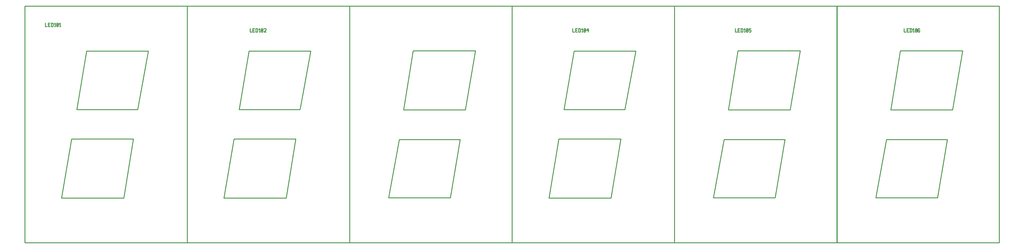
<source format=gbr>
G04 start of page 7 for group -4079 idx -4079
G04 Title: (unknown), topsilk *
G04 Creator: pcb-bin 20060822 *
G04 CreationDate: Wed Jun  4 23:35:37 2008 UTC *
G04 For: pete *
G04 Format: Gerber/RS-274X *
G04 PCB-Dimensions: 1125000 272500 *
G04 PCB-Coordinate-Origin: lower left *
%MOIN*%
%FSLAX24Y24*%
%LNFRONTSILK*%
%ADD11C,0.0100*%
G54D11*X108360Y22090D02*X107210Y15250D01*
X101170Y22090D02*X108360D01*
X100060Y15250D02*X101170Y22090D01*
X100060Y15250D02*X107210D01*
X106610Y11830D02*X105460Y5090D01*
X99570Y11830D02*X106610D01*
X98330Y5090D02*X99570Y11830D01*
X98330Y5090D02*X105460D01*
X93845Y-110D02*X112605D01*
Y27240D02*Y-110D01*
X93845Y27240D02*X112605D01*
X93845D02*Y-110D01*
X89590Y22090D02*X88440Y15250D01*
X82400Y22090D02*X89590D01*
X81290Y15250D02*X82400Y22090D01*
X81290Y15250D02*X88440D01*
X87840Y11830D02*X86690Y5090D01*
X80800Y11830D02*X87840D01*
X79560Y5090D02*X80800Y11830D01*
X79560Y5090D02*X86690D01*
X75075Y-110D02*X93835D01*
Y27240D02*Y-110D01*
X75075Y27240D02*X93835D01*
X75075D02*Y-110D01*
X60550Y5040D02*X61700Y11880D01*
X67740Y5040D02*X60550D01*
X68850Y11880D02*X67740Y5040D01*
X61700Y11880D02*X68850D01*
X62300Y15300D02*X63450Y22040D01*
X69340Y15300D02*X62300D01*
X70580Y22040D02*X69340Y15300D01*
X63450Y22040D02*X70580D01*
X56305Y27240D02*X75065D01*
X56305Y-110D02*Y27240D01*
X75065Y-110D02*X56305D01*
X75065Y27240D02*Y-110D01*
X52050Y22090D02*X50900Y15250D01*
X44860Y22090D02*X52050D01*
X43750Y15250D02*X44860Y22090D01*
X43750Y15250D02*X50900D01*
X50300Y11830D02*X49150Y5090D01*
X43260Y11830D02*X50300D01*
X42020Y5090D02*X43260Y11830D01*
X42020Y5090D02*X49150D01*
X37535Y-110D02*X56295D01*
Y27240D02*Y-110D01*
X37535Y27240D02*X56295D01*
X37535D02*Y-110D01*
X23010Y5040D02*X24160Y11880D01*
X30200Y5040D02*X23010D01*
X31310Y11880D02*X30200Y5040D01*
X24160Y11880D02*X31310D01*
X24760Y15300D02*X25910Y22040D01*
X31800Y15300D02*X24760D01*
X33040Y22040D02*X31800Y15300D01*
X25910Y22040D02*X33040D01*
X18765Y27240D02*X37525D01*
X18765Y-110D02*Y27240D01*
X37525Y-110D02*X18765D01*
X37525Y27240D02*Y-110D01*
X4240Y5040D02*X5390Y11880D01*
X11430Y5040D02*X4240D01*
X12540Y11880D02*X11430Y5040D01*
X5390Y11880D02*X12540D01*
X5990Y15300D02*X7140Y22040D01*
X13030Y15300D02*X5990D01*
X14270Y22040D02*X13030Y15300D01*
X7140Y22040D02*X14270D01*
X-5Y27240D02*X18755D01*
X-5Y-110D02*Y27240D01*
X18755Y-110D02*X-5D01*
X18755Y27240D02*Y-110D01*
X101600Y24650D02*Y24250D01*
X101800D01*
X101920Y24450D02*X102070D01*
X101920Y24250D02*X102120D01*
X101920Y24650D02*Y24250D01*
Y24650D02*X102120D01*
X102290D02*Y24250D01*
X102440Y24650D02*X102490Y24600D01*
Y24300D01*
X102440Y24250D02*X102490Y24300D01*
X102240Y24250D02*X102440D01*
X102240Y24650D02*X102440D01*
X102660Y24250D02*X102760D01*
X102710Y24650D02*Y24250D01*
X102610Y24550D02*X102710Y24650D01*
X102880Y24300D02*X102930Y24250D01*
X102880Y24600D02*Y24300D01*
Y24600D02*X102930Y24650D01*
X103030D01*
X103080Y24600D01*
Y24300D01*
X103030Y24250D02*X103080Y24300D01*
X102930Y24250D02*X103030D01*
X102880Y24350D02*X103080Y24550D01*
X103350Y24650D02*X103400Y24600D01*
X103250Y24650D02*X103350D01*
X103200Y24600D02*X103250Y24650D01*
X103200Y24600D02*Y24300D01*
X103250Y24250D01*
X103350Y24450D02*X103400Y24400D01*
X103200Y24450D02*X103350D01*
X103250Y24250D02*X103350D01*
X103400Y24300D01*
Y24400D02*Y24300D01*
X82080Y24650D02*Y24250D01*
X82280D01*
X82400Y24450D02*X82550D01*
X82400Y24250D02*X82600D01*
X82400Y24650D02*Y24250D01*
Y24650D02*X82600D01*
X82770D02*Y24250D01*
X82920Y24650D02*X82970Y24600D01*
Y24300D01*
X82920Y24250D02*X82970Y24300D01*
X82720Y24250D02*X82920D01*
X82720Y24650D02*X82920D01*
X83140Y24250D02*X83240D01*
X83190Y24650D02*Y24250D01*
X83090Y24550D02*X83190Y24650D01*
X83360Y24300D02*X83410Y24250D01*
X83360Y24600D02*Y24300D01*
Y24600D02*X83410Y24650D01*
X83510D01*
X83560Y24600D01*
Y24300D01*
X83510Y24250D02*X83560Y24300D01*
X83410Y24250D02*X83510D01*
X83360Y24350D02*X83560Y24550D01*
X83680Y24650D02*X83880D01*
X83680D02*Y24450D01*
X83730Y24500D01*
X83830D01*
X83880Y24450D01*
Y24300D01*
X83830Y24250D02*X83880Y24300D01*
X83730Y24250D02*X83830D01*
X83680Y24300D02*X83730Y24250D01*
X63310Y24650D02*Y24250D01*
X63510D01*
X63630Y24450D02*X63780D01*
X63630Y24250D02*X63830D01*
X63630Y24650D02*Y24250D01*
Y24650D02*X63830D01*
X64000D02*Y24250D01*
X64150Y24650D02*X64200Y24600D01*
Y24300D01*
X64150Y24250D02*X64200Y24300D01*
X63950Y24250D02*X64150D01*
X63950Y24650D02*X64150D01*
X64370Y24250D02*X64470D01*
X64420Y24650D02*Y24250D01*
X64320Y24550D02*X64420Y24650D01*
X64590Y24300D02*X64640Y24250D01*
X64590Y24600D02*Y24300D01*
Y24600D02*X64640Y24650D01*
X64740D01*
X64790Y24600D01*
Y24300D01*
X64740Y24250D02*X64790Y24300D01*
X64640Y24250D02*X64740D01*
X64590Y24350D02*X64790Y24550D01*
X64910Y24450D02*X65110Y24650D01*
X64910Y24450D02*X65160D01*
X65110Y24650D02*Y24250D01*
X26020Y24650D02*Y24250D01*
X26220D01*
X26340Y24450D02*X26490D01*
X26340Y24250D02*X26540D01*
X26340Y24650D02*Y24250D01*
Y24650D02*X26540D01*
X26710D02*Y24250D01*
X26860Y24650D02*X26910Y24600D01*
Y24300D01*
X26860Y24250D02*X26910Y24300D01*
X26660Y24250D02*X26860D01*
X26660Y24650D02*X26860D01*
X27080Y24250D02*X27180D01*
X27130Y24650D02*Y24250D01*
X27030Y24550D02*X27130Y24650D01*
X27300Y24300D02*X27350Y24250D01*
X27300Y24600D02*Y24300D01*
Y24600D02*X27350Y24650D01*
X27450D01*
X27500Y24600D01*
Y24300D01*
X27450Y24250D02*X27500Y24300D01*
X27350Y24250D02*X27450D01*
X27300Y24350D02*X27500Y24550D01*
X27620Y24600D02*X27670Y24650D01*
X27820D01*
X27870Y24600D01*
Y24500D01*
X27620Y24250D02*X27870Y24500D01*
X27620Y24250D02*X27870D01*
X2375Y25300D02*Y24900D01*
X2575D01*
X2695Y25100D02*X2845D01*
X2695Y24900D02*X2895D01*
X2695Y25300D02*Y24900D01*
Y25300D02*X2895D01*
X3065D02*Y24900D01*
X3215Y25300D02*X3265Y25250D01*
Y24950D01*
X3215Y24900D02*X3265Y24950D01*
X3015Y24900D02*X3215D01*
X3015Y25300D02*X3215D01*
X3435Y24900D02*X3535D01*
X3485Y25300D02*Y24900D01*
X3385Y25200D02*X3485Y25300D01*
X3655Y24950D02*X3705Y24900D01*
X3655Y25250D02*Y24950D01*
Y25250D02*X3705Y25300D01*
X3805D01*
X3855Y25250D01*
Y24950D01*
X3805Y24900D02*X3855Y24950D01*
X3705Y24900D02*X3805D01*
X3655Y25000D02*X3855Y25200D01*
X4025Y24900D02*X4125D01*
X4075Y25300D02*Y24900D01*
X3975Y25200D02*X4075Y25300D01*
M02*

</source>
